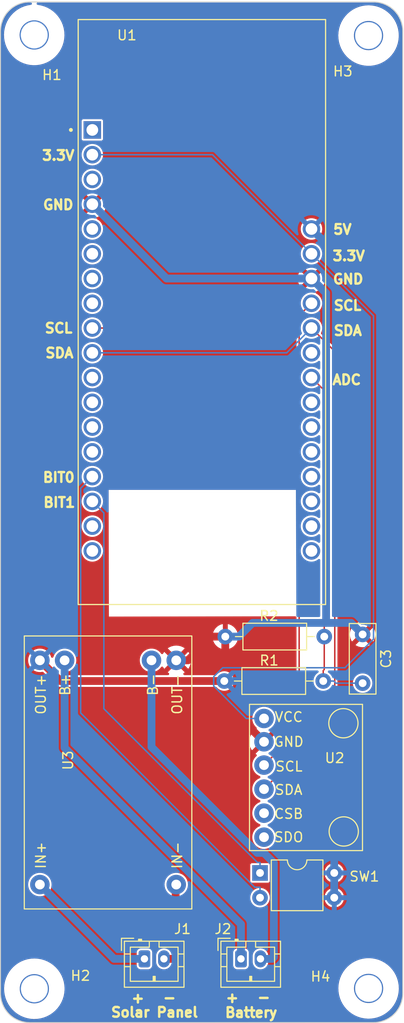
<source format=kicad_pcb>
(kicad_pcb (version 20211014) (generator pcbnew)
  (layers (0 "F.Cu" signal) (31 "B.Cu" signal) (34 "B.Paste" user) (35 "F.Paste" user) (36 "B.SilkS" user "B.Silkscreen") (37 "F.SilkS" user "F.Silkscreen") (38 "B.Mask" user) (39 "F.Mask" user) (44 "Edge.Cuts" user))
  (net 0 "")
  (net 1 "+5V")
  (net 2 "GND")
  (net 7 "Net-(J1-Pad1)")
  (net 12 "Bit0")
  (net 13 "Bit1")
  (net 19 "ADC")
  (net 21 "Net-(J1-Pad2)")
  (net 22 "Net-(J2-Pad1)")
  (net 23 "Net-(J2-Pad2)")
  (net 24 "SCL")
  (net 25 "SDA")
  (net 27 "+3.3V")
  (footprint "project_footprints:NPTH_3mm_ID" (layer "F.Cu") (at 81.7998 64.2037)
    (fp_text reference "H1" (at 1.814988 4.110059) (layer "F.SilkS"))
    (fp_text value "3mm_Mounting_Hole" hide)
    (pad "" np_thru_hole circle locked (at 0 0) (size 3 3) (drill 2.75) (layers *.Cu *.Mask) (clearance 1.6))
  )
  (footprint "project_footprints:NPTH_3mm_ID" (layer "F.Cu") (at 116.1243 64.268)
    (fp_text reference "H3" (at -2.639487 3.673669) (layer "F.SilkS"))
    (fp_text value "3mm_Mounting_Hole" hide)
    (pad "" np_thru_hole circle locked (at 0 0) (size 3 3) (drill 2.75) (layers *.Cu *.Mask) (clearance 1.6))
  )
  (footprint "project_footprints:NPTH_3mm_ID" (layer "F.Cu") (at 81.8122 162.0374)
    (fp_text reference "H2" (at 4.733434 -1.332425) (layer "F.SilkS"))
    (fp_text value "3mm_Mounting_Hole" hide)
    (pad "" np_thru_hole circle locked (at 0 0) (size 3 3) (drill 2.75) (layers *.Cu *.Mask) (clearance 1.6))
  )
  (footprint "project_footprints:NPTH_3mm_ID" (layer "F.Cu") (at 116.1294 162.0028)
    (fp_text reference "H4" (at -4.93875 -1.214706) (layer "F.SilkS"))
    (fp_text value "3mm_Mounting_Hole" hide)
    (pad "" np_thru_hole circle locked (at 0 0) (size 3 3) (drill 2.75) (layers *.Cu *.Mask) (clearance 1.6))
  )
  (footprint "Resistor_THT:R_Axial_DIN0207_L6.3mm_D2.5mm_P10.16mm_Horizontal" (layer "F.Cu") (at 111.5778 125.9155 180)
    (fp_text reference "R2" (at 5.678029 2.12626) (layer "F.SilkS"))
    (fp_text value "220k")
    (fp_line (start 1.04 0) (end 1.81 0) (layer "F.SilkS") (width 0.12))
    (fp_line (start 9.12 0) (end 8.35 0) (layer "F.SilkS") (width 0.12))
    (fp_line (start 8.35 -1.37) (end 1.81 -1.37) (layer "F.SilkS") (width 0.12))
    (fp_line (start 1.81 1.37) (end 8.35 1.37) (layer "F.SilkS") (width 0.12))
    (fp_line (start 1.81 -1.37) (end 1.81 1.37) (layer "F.SilkS") (width 0.12))
    (fp_line (start 8.35 1.37) (end 8.35 -1.37) (layer "F.SilkS") (width 0.12))
    (pad "1" thru_hole circle (at 0 0 180) (size 1.6 1.6) (drill 0.8) (layers *.Cu *.Mask) (net 19 "ADC"))
    (pad "2" thru_hole oval (at 10.16 0 180) (size 1.6 1.6) (drill 0.8) (layers *.Cu *.Mask) (net 2 "GND"))
  )
  (footprint "Capacitor_THT:C_Disc_D7.0mm_W2.5mm_P5.00mm" (layer "F.Cu") (at 115.5168 125.6939 -90)
    (fp_text reference "C3" (at 2.5 -2.407634 90) (layer "F.SilkS"))
    (fp_text value "100nF")
    (fp_line (start -1.12 -1.37) (end 6.12 -1.37) (layer "F.SilkS") (width 0.12))
    (fp_line (start -1.12 1.37) (end 6.12 1.37) (layer "F.SilkS") (width 0.12))
    (fp_line (start -1.12 -1.37) (end -1.12 1.37) (layer "F.SilkS") (width 0.12))
    (fp_line (start 6.12 -1.37) (end 6.12 1.37) (layer "F.SilkS") (width 0.12))
    (pad "1" thru_hole circle (at 0 0 270) (size 1.6 1.6) (drill 0.8) (layers *.Cu *.Mask) (net 2 "GND"))
    (pad "2" thru_hole circle (at 5 0 270) (size 1.6 1.6) (drill 0.8) (layers *.Cu *.Mask) (net 19 "ADC"))
  )
  (footprint "BME280:BME280-Module" (layer "F.Cu") (at 103.9031 147.866)
    (fp_text reference "U2" (at 8.737841 -9.490817 unlocked) (layer "F.SilkS"))
    (fp_text value "BME280")
    (fp_text user "SCL" (at 4.055442 -8.623706 unlocked) (layer "F.SilkS"))
    (fp_text user "SDA" (at 4.020757 -6.23048 unlocked) (layer "F.SilkS"))
    (fp_text user "VCC" (at 4.028793 -13.7 unlocked) (layer "F.SilkS"))
    (fp_text user "GND" (at 4.028793 -11.16 unlocked) (layer "F.SilkS"))
    (fp_text user "CSB" (at 4.020757 -3.767885 unlocked) (layer "F.SilkS"))
    (fp_text user "SDO" (at 4.020757 -1.374659 unlocked) (layer "F.SilkS"))
    (fp_line (start 0 -15) (end 0 0) (layer "F.SilkS") (width 0.12))
    (fp_line (start 0 0) (end 11.6 0) (layer "F.SilkS") (width 0.12))
    (fp_line (start 11.6 -15) (end 11.6 0) (layer "F.SilkS") (width 0.12))
    (fp_line (start 0 -15) (end 11.6 -15) (layer "F.SilkS") (width 0.12))
    (fp_circle (center 9.674321 -1.964294) (end 11.174321 -1.964294) (layer "F.SilkS") (width 0.12) (fill none))
    (fp_circle (center 9.639636 -13.063314) (end 11.139636 -13.063314) (layer "F.SilkS") (width 0.12) (fill none))
    (pad "1" thru_hole circle (at 1.488793 -13.548896) (size 2 2) (drill 1) (layers *.Cu *.Mask) (net 27 "+3.3V"))
    (pad "2" thru_hole circle (at 1.488793 -11.16) (size 2 2) (drill 1) (layers *.Cu *.Mask) (net 2 "GND"))
    (pad "3" thru_hole circle (at 1.488793 -8.769864) (size 2 2) (drill 1) (layers *.Cu *.Mask) (net 24 "SCL"))
    (pad "4" thru_hole circle (at 1.488793 -6.304796) (size 2 2) (drill 1) (layers *.Cu *.Mask) (net 25 "SDA"))
    (pad "5" thru_hole circle (at 1.488793 -3.839728) (size 2 2) (drill 1) (layers *.Cu *.Mask))
    (pad "6" thru_hole circle (at 1.488793 -1.374659) (size 2 2) (drill 1) (layers *.Cu *.Mask))
  )
  (footprint "Connector_JST:JST_PH_B2B-PH-K_1x02_P2.00mm_Vertical" (layer "F.Cu") (at 93.1169 158.9705)
    (fp_text reference "J1" (at 3.904564 -3.058569) (layer "F.SilkS"))
    (fp_text value "Solar Panel")
    (fp_line (start 1 2.3) (end 1 1.8) (layer "F.SilkS") (width 0.12))
    (fp_line (start -0.3 -2.01) (end -0.6 -2.01) (layer "F.SilkS") (width 0.12))
    (fp_line (start -0.6 -2.01) (end -0.6 -1.81) (layer "F.SilkS") (width 0.12))
    (fp_line (start 3.45 -1.2) (end 1.5 -1.2) (layer "F.SilkS") (width 0.12))
    (fp_line (start 0.9 1.8) (end 1.1 1.8) (layer "F.SilkS") (width 0.12))
    (fp_line (start -1.45 2.3) (end 3.45 2.3) (layer "F.SilkS") (width 0.12))
    (fp_line (start 4.06 -1.81) (end -2.06 -1.81) (layer "F.SilkS") (width 0.12))
    (fp_line (start 4.06 0.8) (end 3.45 0.8) (layer "F.SilkS") (width 0.12))
    (fp_line (start 0.9 2.3) (end 0.9 1.8) (layer "F.SilkS") (width 0.12))
    (fp_line (start 0.5 -1.81) (end 0.5 -1.2) (layer "F.SilkS") (width 0.12))
    (fp_line (start -2.36 -2.11) (end -2.36 -0.86) (layer "F.SilkS") (width 0.12))
    (fp_line (start -0.3 -1.81) (end -0.3 -2.01) (layer "F.SilkS") (width 0.12))
    (fp_line (start -2.06 0.8) (end -1.45 0.8) (layer "F.SilkS") (width 0.12))
    (fp_line (start -2.06 -1.81) (end -2.06 2.91) (layer "F.SilkS") (width 0.12))
    (fp_line (start 4.06 -0.5) (end 3.45 -0.5) (layer "F.SilkS") (width 0.12))
    (fp_line (start -0.3 -1.91) (end -0.6 -1.91) (layer "F.SilkS") (width 0.12))
    (fp_line (start -2.06 2.91) (end 4.06 2.91) (layer "F.SilkS") (width 0.12))
    (fp_line (start -1.45 -1.2) (end -1.45 2.3) (layer "F.SilkS") (width 0.12))
    (fp_line (start 1.1 1.8) (end 1.1 2.3) (layer "F.SilkS") (width 0.12))
    (fp_line (start -2.06 -0.5) (end -1.45 -0.5) (layer "F.SilkS") (width 0.12))
    (fp_line (start -1.11 -2.11) (end -2.36 -2.11) (layer "F.SilkS") (width 0.12))
    (fp_line (start 1.5 -1.2) (end 1.5 -1.81) (layer "F.SilkS") (width 0.12))
    (fp_line (start 4.06 2.91) (end 4.06 -1.81) (layer "F.SilkS") (width 0.12))
    (fp_line (start 0.5 -1.2) (end -1.45 -1.2) (layer "F.SilkS") (width 0.12))
    (fp_line (start 3.45 2.3) (end 3.45 -1.2) (layer "F.SilkS") (width 0.12))
    (pad "1" thru_hole roundrect (at 0 0) (size 1.2 1.75) (drill 0.75) (layers *.Cu *.Mask) (roundrect_rratio 0.208333) (net 7 "Net-(J1-Pad1)"))
    (pad "2" thru_hole oval (at 2 0) (size 1.2 1.75) (drill 0.75) (layers *.Cu *.Mask) (net 21 "Net-(J1-Pad2)"))
  )
  (footprint "TP4056:TP4056-Module" (layer "F.Cu") (at 97.9808 153.8507 90)
    (fp_text reference "U3" (at 15.24 -12.7 90 unlocked) (layer "F.SilkS"))
    (fp_text value "TP4056")
    (fp_text user "IN-" (at 5.5 -1.5 90 unlocked) (layer "F.SilkS"))
    (fp_text user "IN+" (at 5.5 -15.5 90 unlocked) (layer "F.SilkS"))
    (fp_text user "B-" (at 23 -4 90 unlocked) (layer "F.SilkS"))
    (fp_text user "OUT-" (at 22 -1.5 90 unlocked) (layer "F.SilkS"))
    (fp_text user "B+" (at 23 -13 90 unlocked) (layer "F.SilkS"))
    (fp_text user "OUT+" (at 22 -15.5 90 unlocked) (layer "F.SilkS"))
    (fp_line (start 0 -17.2) (end 28 -17.2) (layer "F.SilkS") (width 0.12))
    (fp_line (start 0 -17.2) (end 0 0) (layer "F.SilkS") (width 0.12))
    (fp_line (start 0 0) (end 28 0) (layer "F.SilkS") (width 0.12))
    (fp_line (start 28 -17.2) (end 28 0) (layer "F.SilkS") (width 0.12))
    (pad "1" thru_hole circle (at 2.5 -15.6 90) (size 2 2) (drill 1) (layers *.Cu *.Mask) (net 7 "Net-(J1-Pad1)"))
    (pad "2" thru_hole circle (at 2.5 -1.6 90) (size 2 2) (drill 1) (layers *.Cu *.Mask) (net 21 "Net-(J1-Pad2)"))
    (pad "3" thru_hole circle (at 25.5 -15.6 90) (size 2 2) (drill 1) (layers *.Cu *.Mask) (net 1 "+5V"))
    (pad "4" thru_hole circle (at 25.5 -1.6 90) (size 2 2) (drill 1) (layers *.Cu *.Mask) (net 2 "GND"))
    (pad "5" thru_hole circle (at 25.5 -13.06 90) (size 2 2) (drill 1) (layers *.Cu *.Mask) (net 22 "Net-(J2-Pad1)"))
    (pad "6" thru_hole circle (at 25.5 -4.14 90) (size 2 2) (drill 1) (layers *.Cu *.Mask) (net 23 "Net-(J2-Pad2)"))
  )
  (footprint "Resistor_THT:R_Axial_DIN0207_L6.3mm_D2.5mm_P10.16mm_Horizontal" (layer "F.Cu") (at 101.3126 130.4733)
    (fp_text reference "R1" (at 4.605642 -2.103236) (layer "F.SilkS"))
    (fp_text value "220k")
    (fp_line (start 1.81 -1.37) (end 1.81 1.37) (layer "F.SilkS") (width 0.12))
    (fp_line (start 8.35 -1.37) (end 1.81 -1.37) (layer "F.SilkS") (width 0.12))
    (fp_line (start 9.12 0) (end 8.35 0) (layer "F.SilkS") (width 0.12))
    (fp_line (start 8.35 1.37) (end 8.35 -1.37) (layer "F.SilkS") (width 0.12))
    (fp_line (start 1.04 0) (end 1.81 0) (layer "F.SilkS") (width 0.12))
    (fp_line (start 1.81 1.37) (end 8.35 1.37) (layer "F.SilkS") (width 0.12))
    (pad "1" thru_hole circle (at 0 0) (size 1.6 1.6) (drill 0.8) (layers *.Cu *.Mask) (net 1 "+5V"))
    (pad "2" thru_hole oval (at 10.16 0) (size 1.6 1.6) (drill 0.8) (layers *.Cu *.Mask) (net 19 "ADC"))
  )
  (footprint "Connector_JST:JST_PH_B2B-PH-K_1x02_P2.00mm_Vertical" (layer "F.Cu") (at 103.0274 158.9705)
    (fp_text reference "J2" (at -1.849946 -3.058569) (layer "F.SilkS"))
    (fp_text value "Battery")
    (fp_line (start -2.06 0.8) (end -1.45 0.8) (layer "F.SilkS") (width 0.12))
    (fp_line (start -2.06 -0.5) (end -1.45 -0.5) (layer "F.SilkS") (width 0.12))
    (fp_line (start 3.45 -1.2) (end 1.5 -1.2) (layer "F.SilkS") (width 0.12))
    (fp_line (start 0.5 -1.2) (end -1.45 -1.2) (layer "F.SilkS") (width 0.12))
    (fp_line (start 4.06 -1.81) (end -2.06 -1.81) (layer "F.SilkS") (width 0.12))
    (fp_line (start -1.11 -2.11) (end -2.36 -2.11) (layer "F.SilkS") (width 0.12))
    (fp_line (start 1 2.3) (end 1 1.8) (layer "F.SilkS") (width 0.12))
    (fp_line (start -0.3 -2.01) (end -0.6 -2.01) (layer "F.SilkS") (width 0.12))
    (fp_line (start -1.45 -1.2) (end -1.45 2.3) (layer "F.SilkS") (width 0.12))
    (fp_line (start 1.1 1.8) (end 1.1 2.3) (layer "F.SilkS") (width 0.12))
    (fp_line (start 3.45 2.3) (end 3.45 -1.2) (layer "F.SilkS") (width 0.12))
    (fp_line (start 0.5 -1.81) (end 0.5 -1.2) (layer "F.SilkS") (width 0.12))
    (fp_line (start -2.06 2.91) (end 4.06 2.91) (layer "F.SilkS") (width 0.12))
    (fp_line (start 4.06 -0.5) (end 3.45 -0.5) (layer "F.SilkS") (width 0.12))
    (fp_line (start -2.06 -1.81) (end -2.06 2.91) (layer "F.SilkS") (width 0.12))
    (fp_line (start -2.36 -2.11) (end -2.36 -0.86) (layer "F.SilkS") (width 0.12))
    (fp_line (start 0.9 1.8) (end 1.1 1.8) (layer "F.SilkS") (width 0.12))
    (fp_line (start 1.5 -1.2) (end 1.5 -1.81) (layer "F.SilkS") (width 0.12))
    (fp_line (start 4.06 0.8) (end 3.45 0.8) (layer "F.SilkS") (width 0.12))
    (fp_line (start -0.6 -2.01) (end -0.6 -1.81) (layer "F.SilkS") (width 0.12))
    (fp_line (start -0.3 -1.91) (end -0.6 -1.91) (layer "F.SilkS") (width 0.12))
    (fp_line (start 4.06 2.91) (end 4.06 -1.81) (layer "F.SilkS") (width 0.12))
    (fp_line (start -1.45 2.3) (end 3.45 2.3) (layer "F.SilkS") (width 0.12))
    (fp_line (start -0.3 -1.81) (end -0.3 -2.01) (layer "F.SilkS") (width 0.12))
    (fp_line (start 0.9 2.3) (end 0.9 1.8) (layer "F.SilkS") (width 0.12))
    (pad "1" thru_hole roundrect (at 0 0) (size 1.2 1.75) (drill 0.75) (layers *.Cu *.Mask) (roundrect_rratio 0.208333) (net 22 "Net-(J2-Pad1)"))
    (pad "2" thru_hole oval (at 2 0) (size 1.2 1.75) (drill 0.75) (layers *.Cu *.Mask) (net 23 "Net-(J2-Pad2)"))
  )
  (footprint "DFR0654:MODULE_DFR0654" (layer "F.Cu") (at 99.0146 92.6262)
    (fp_text reference "U1" (at -7.703011 -28.385022) (layer "F.SilkS"))
    (fp_text value "DFR0654")
    (fp_line (start 12.7 30) (end -12.7 30) (layer "F.SilkS") (width 0.127))
    (fp_line (start -12.7 -30) (end -12.7 30) (layer "F.SilkS") (width 0.127))
    (fp_line (start 12.7 -30) (end 12.7 30) (layer "F.SilkS") (width 0.127))
    (fp_line (start 12.7 -30) (end -12.7 -30) (layer "F.SilkS") (width 0.127))
    (fp_circle (center -13.45 -18.68) (end -13.35 -18.68) (layer "F.SilkS") (width 0.2) (fill none))
    (pad "1" thru_hole rect (at -11.25 -18.68) (size 1.8 1.8) (drill 1.2) (layers *.Cu *.Mask))
    (pad "2" thru_hole circle (at -11.25 -16.14) (size 1.8 1.8) (drill 1.2) (layers *.Cu *.Mask) (net 27 "+3.3V"))
    (pad "3" thru_hole circle (at -11.25 -13.6) (size 1.8 1.8) (drill 1.2) (layers *.Cu *.Mask))
    (pad "4" thru_hole circle (at -11.25 -11.06) (size 1.8 1.8) (drill 1.2) (layers *.Cu *.Mask) (net 2 "GND"))
    (pad "5" thru_hole circle (at -11.25 -8.52) (size 1.8 1.8) (drill 1.2) (layers *.Cu *.Mask))
    (pad "6" thru_hole circle (at -11.25 -5.98) (size 1.8 1.8) (drill 1.2) (layers *.Cu *.Mask))
    (pad "7" thru_hole circle (at -11.25 -3.44) (size 1.8 1.8) (drill 1.2) (layers *.Cu *.Mask))
    (pad "8" thru_hole circle (at -11.25 -0.9) (size 1.8 1.8) (drill 1.2) (layers *.Cu *.Mask))
    (pad "9" thru_hole circle (at -11.25 1.64) (size 1.8 1.8) (drill 1.2) (layers *.Cu *.Mask) (net 24 "SCL"))
    (pad "10" thru_hole circle (at -11.25 4.18) (size 1.8 1.8) (drill 1.2) (layers *.Cu *.Mask) (net 25 "SDA"))
    (pad "11" thru_hole circle (at -11.25 6.72) (size 1.8 1.8) (drill 1.2) (layers *.Cu *.Mask))
    (pad "12" thru_hole circle (at -11.25 9.26) (size 1.8 1.8) (drill 1.2) (layers *.Cu *.Mask))
    (pad "13" thru_hole circle (at -11.25 11.8) (size 1.8 1.8) (drill 1.2) (layers *.Cu *.Mask))
    (pad "14" thru_hole circle (at -11.25 14.34) (size 1.8 1.8) (drill 1.2) (layers *.Cu *.Mask))
    (pad "15" thru_hole circle (at -11.25 16.88) (size 1.8 1.8) (drill 1.2) (layers *.Cu *.Mask) (net 13 "Bit1"))
    (pad "16" thru_hole circle (at -11.25 19.42) (size 1.8 1.8) (drill 1.2) (layers *.Cu *.Mask) (net 12 "Bit0"))
    (pad "17" thru_hole circle (at -11.25 21.96) (size 1.8 1.8) (drill 1.2) (layers *.Cu *.Mask))
    (pad "18" thru_hole circle (at -11.25 24.5) (size 1.8 1.8) (drill 1.2) (layers *.Cu *.Mask))
    (pad "19" thru_hole circle (at 11.25 24.5) (size 1.8 1.8) (drill 1.2) (layers *.Cu *.Mask))
    (pad "20" thru_hole circle (at 11.25 21.96) (size 1.8 1.8) (drill 1.2) (layers *.Cu *.Mask))
    (pad "21" thru_hole circle (at 11.25 19.42) (size 1.8 1.8) (drill 1.2) (layers *.Cu *.Mask))
    (pad "22" thru_hole circle (at 11.25 16.88) (size 1.8 1.8) (drill 1.2) (layers *.Cu *.Mask))
    (pad "23" thru_hole circle (at 11.25 14.34) (size 1.8 1.8) (drill 1.2) (layers *.Cu *.Mask))
    (pad "24" thru_hole circle (at 11.25 11.8) (size 1.8 1.8) (drill 1.2) (layers *.Cu *.Mask))
    (pad "25" thru_hole circle (at 11.25 9.26) (size 1.8 1.8) (drill 1.2) (layers *.Cu *.Mask))
    (pad "26" thru_hole circle (at 11.25 6.72) (size 1.8 1.8) (drill 1.2) (layers *.Cu *.Mask) (net 19 "ADC"))
    (pad "27" thru_hole circle (at 11.25 4.18) (size 1.8 1.8) (drill 1.2) (layers *.Cu *.Mask))
    (pad "28" thru_hole circle (at 11.25 1.64) (size 1.8 1.8) (drill 1.2) (layers *.Cu *.Mask) (net 25 "SDA"))
    (pad "29" thru_hole circle (at 11.25 -0.9) (size 1.8 1.8) (drill 1.2) (layers *.Cu *.Mask) (net 24 "SCL"))
    (pad "30" thru_hole circle (at 11.25 -3.44) (size 1.8 1.8) (drill 1.2) (layers *.Cu *.Mask) (net 2 "GND"))
    (pad "31" thru_hole circle (at 11.25 -5.98) (size 1.8 1.8) (drill 1.2) (layers *.Cu *.Mask) (net 27 "+3.3V"))
    (pad "32" thru_hole circle (at 11.25 -8.52) (size 1.8 1.8) (drill 1.2) (layers *.Cu *.Mask) (net 1 "+5V"))
  )
  (footprint "Package_DIP:DIP-4_W7.62mm" (layer "F.Cu") (at 104.9825 150.1582)
    (fp_text reference "SW1" (at 10.713217 0.369421) (layer "F.SilkS"))
    (fp_text value "Sensor Number")
    (fp_line (start 6.46 3.87) (end 6.46 -1.33) (layer "F.SilkS") (width 0.12))
    (fp_line (start 6.46 -1.33) (end 4.81 -1.33) (layer "F.SilkS") (width 0.12))
    (fp_line (start 1.16 3.87) (end 6.46 3.87) (layer "F.SilkS") (width 0.12))
    (fp_line (start 2.81 -1.33) (end 1.16 -1.33) (layer "F.SilkS") (width 0.12))
    (fp_line (start 1.16 -1.33) (end 1.16 3.87) (layer "F.SilkS") (width 0.12))
    (fp_arc (start 4.81 -1.33) (mid 3.81 -0.33) (end 2.81 -1.33) (layer "F.SilkS") (width 0.12))
    (pad "1" thru_hole rect (at 0 0) (size 1.6 1.6) (drill 0.8) (layers *.Cu *.Mask) (net 12 "Bit0"))
    (pad "2" thru_hole oval (at 0 2.54) (size 1.6 1.6) (drill 0.8) (layers *.Cu *.Mask) (net 13 "Bit1"))
    (pad "3" thru_hole oval (at 7.62 2.54) (size 1.6 1.6) (drill 0.8) (layers *.Cu *.Mask) (net 1 "+5V"))
    (pad "4" thru_hole oval (at 7.62 0) (size 1.6 1.6) (drill 0.8) (layers *.Cu *.Mask) (net 1 "+5V"))
  )
  (gr_line (start 78.33668 63.817611) (end 78.33668 162.512248) (layer "Edge.Cuts") (width 0.1))
  (gr_arc (start 119.64304 162.512248) (mid 118.762506 164.63016) (end 116.643045 165.507012) (layer "Edge.Cuts") (width 0.1))
  (gr_arc (start 81.33668 165.512248) (mid 79.215384 164.633553) (end 78.33668 162.512248) (layer "Edge.Cuts") (width 0.1))
  (gr_line (start 81.33668 165.512248) (end 116.643045 165.507012) (layer "Edge.Cuts") (width 0.1))
  (gr_line (start 116.64304 60.817611) (end 81.33668 60.817611) (layer "Edge.Cuts") (width 0.1))
  (gr_arc (start 116.64304 60.817611) (mid 118.76436 61.696276) (end 119.64304 63.817611) (layer "Edge.Cuts") (width 0.1))
  (gr_arc (start 78.33668 63.817611) (mid 79.215353 61.696268) (end 81.33668 60.817611) (layer "Edge.Cuts") (width 0.1))
  (gr_line (start 119.64304 162.512248) (end 119.64304 63.817611) (layer "Edge.Cuts") (width 0.1))
  (gr_text "Solar Panel" (at 94.154515 164.455114) (layer "F.SilkS") (effects (font (size 1 1) (thickness 0.25))))
  (gr_text "GND" (at 114.034479 89.253866) (layer "F.SilkS") (effects (font (size 1 1) (thickness 0.25))))
  (gr_text "GND" (at 84.26682 81.628395) (layer "F.SilkS") (effects (font (size 1 1) (thickness 0.25))))
  (gr_text "BIT1" (at 84.374568 112.157985) (layer "F.SilkS") (effects (font (size 1 1) (thickness 0.25))))
  (gr_text "SDA" (at 113.997537 94.53659) (layer "F.SilkS") (effects (font (size 1 1) (thickness 0.25))))
  (gr_text "3.3V" (at 114.089892 86.871099) (layer "F.SilkS") (effects (font (size 1 1) (thickness 0.25))))
  (gr_text "SCL" (at 84.303762 94.281074) (layer "F.SilkS") (effects (font (size 1 1) (thickness 0.25))))
  (gr_text "-" (at 105.372265 162.907649) (layer "F.SilkS") (effects (font (size 1 1) (thickness 0.25))))
  (gr_text "5V" (at 113.443405 84.155852) (layer "F.SilkS") (effects (font (size 1 1) (thickness 0.25))))
  (gr_text "+" (at 102.130593 162.949209) (layer "F.SilkS") (effects (font (size 1 1) (thickness 0.25))))
  (gr_text "ADC" (at 113.88671 99.579191) (layer "F.SilkS") (effects (font (size 1 1) (thickness 0.25))))
  (gr_text "SCL" (at 113.96983 91.959877) (layer "F.SilkS") (effects (font (size 1 1) (thickness 0.25))))
  (gr_text "BIT0" (at 84.319155 109.590507) (layer "F.SilkS") (effects (font (size 1 1) (thickness 0.25))))
  (gr_text "3.3V\n" (at 84.26682 76.567324) (layer "F.SilkS") (effects (font (size 1 1) (thickness 0.25))))
  (gr_text "-" (at 95.688811 162.949209) (layer "F.SilkS") (effects (font (size 1 1) (thickness 0.25))))
  (gr_text "Battery" (at 104.073476 164.48282) (layer "F.SilkS") (effects (font (size 1 1) (thickness 0.25))))
  (gr_text "+" (at 92.447139 162.990769) (layer "F.SilkS") (effects (font (size 1 1) (thickness 0.25))))
  (gr_text "SDA" (at 84.386882 96.830081) (layer "F.SilkS") (effects (font (size 1 1) (thickness 0.25))))
  (segment (start 101.3126 130.4733) (end 84.5034 130.4733) (width 0.8) (layer "F.Cu") (net 1))
  (segment (start 84.5034 130.4733) (end 82.3808 128.3507) (width 0.8) (layer "F.Cu") (net 1))
  (segment (start 111.5208 138.1262) (end 111.5208 147.6762) (width 0.8) (layer "B.Cu") (net 1))
  (segment (start 112.6025 150.1582) (end 112.6025 152.6982) (width 0.8) (layer "B.Cu") (net 1))
  (segment (start 110.8034 137.4087) (end 117.3091 130.903) (width 0.8) (layer "B.Cu") (net 1))
  (segment (start 117.3091 91.1507) (end 110.2646 84.1062) (width 0.8) (layer "B.Cu") (net 1))
  (segment (start 101.3126 130.4733) (end 103.8679 130.4733) (width 0.8) (layer "B.Cu") (net 1))
  (segment (start 111.5208 147.6762) (end 112.6025 148.7579) (width 0.8) (layer "B.Cu") (net 1))
  (segment (start 103.8679 130.4733) (end 110.8034 137.4087) (width 0.8) (layer "B.Cu") (net 1))
  (segment (start 112.6025 150.1582) (end 112.6025 148.7579) (width 0.8) (layer "B.Cu") (net 1))
  (segment (start 117.3091 130.903) (end 117.3091 91.1507) (width 0.8) (layer "B.Cu") (net 1))
  (segment (start 110.8034 137.4087) (end 111.5208 138.1262) (width 0.8) (layer "B.Cu") (net 1))
  (segment (start 101.4178 125.9155) (end 101.4178 127.3158) (width 0.8) (layer "F.Cu") (net 2))
  (segment (start 105.3919 136.706) (end 103.7711 135.0852) (width 0.8) (layer "F.Cu") (net 2))
  (segment (start 100.0175 125.9155) (end 97.5823 128.3507) (width 0.8) (layer "F.Cu") (net 2))
  (segment (start 103.7711 129.6691) (end 101.4178 127.3158) (width 0.8) (layer "F.Cu") (net 2))
  (segment (start 103.7711 135.0852) (end 103.7711 129.6691) (width 0.8) (layer "F.Cu") (net 2))
  (segment (start 101.4178 125.9155) (end 100.0175 125.9155) (width 0.8) (layer "F.Cu") (net 2))
  (segment (start 97.5823 128.3507) (end 96.3808 128.3507) (width 0.8) (layer "F.Cu") (net 2))
  (segment (start 101.4178 125.9155) (end 102.8181 125.9155) (width 0.8) (layer "B.Cu") (net 2))
  (segment (start 111.7697 124.5114) (end 111.7697 90.6913) (width 0.8) (layer "B.Cu") (net 2))
  (segment (start 110.2646 89.1862) (end 95.3846 89.1862) (width 0.8) (layer "B.Cu") (net 2))
  (segment (start 111.7697 90.6913) (end 110.2646 89.1862) (width 0.8) (layer "B.Cu") (net 2))
  (segment (start 111.7697 124.5114) (end 104.2222 124.5114) (width 0.8) (layer "B.Cu") (net 2))
  (segment (start 104.2222 124.5114) (end 102.8181 125.9155) (width 0.8) (layer "B.Cu") (net 2))
  (segment (start 114.3343 124.5114) (end 111.7697 124.5114) (width 0.8) (layer "B.Cu") (net 2))
  (segment (start 115.5168 125.6939) (end 114.3343 124.5114) (width 0.8) (layer "B.Cu") (net 2))
  (segment (start 95.3846 89.1862) (end 87.7646 81.5662) (width 0.8) (layer "B.Cu") (net 2))
  (segment (start 93.1169 158.9705) (end 90.0006 158.9705) (width 0.8) (layer "B.Cu") (net 7))
  (segment (start 90.0006 158.9705) (end 82.3808 151.3507) (width 0.8) (layer "B.Cu") (net 7))
  (segment (start 88.9494 133.3186) (end 104.7137 149.0829) (width 0.15) (layer "B.Cu") (net 12))
  (segment (start 104.7137 149.0829) (end 104.9825 149.0829) (width 0.15) (layer "B.Cu") (net 12))
  (segment (start 104.9825 150.1582) (end 104.9825 149.0829) (width 0.15) (layer "B.Cu") (net 12))
  (segment (start 87.7646 112.0462) (end 88.9494 113.231) (width 0.15) (layer "B.Cu") (net 12))
  (segment (start 88.9494 113.231) (end 88.9494 133.3186) (width 0.15) (layer "B.Cu") (net 12))
  (segment (start 104.9825 152.6982) (end 104.9825 151.6229) (width 0.15) (layer "B.Cu") (net 13))
  (segment (start 86.5706 110.7002) (end 87.7646 109.5062) (width 0.15) (layer "B.Cu") (net 13))
  (segment (start 86.5706 133.7486) (end 86.5706 110.7002) (width 0.15) (layer "B.Cu") (net 13))
  (segment (start 104.9825 151.6229) (end 104.4449 151.6229) (width 0.15) (layer "B.Cu") (net 13))
  (segment (start 104.4449 151.6229) (end 86.5706 133.7486) (width 0.15) (layer "B.Cu") (net 13))
  (segment (start 111.4726 129.398) (end 111.5778 129.2928) (width 0.15) (layer "F.Cu") (net 19))
  (segment (start 111.5778 129.2928) (end 111.5778 125.9155) (width 0.15) (layer "F.Cu") (net 19))
  (segment (start 111.5778 100.6594) (end 110.2646 99.3462) (width 0.15) (layer "F.Cu") (net 19))
  (segment (start 111.4726 130.4733) (end 111.4726 129.398) (width 0.15) (layer "F.Cu") (net 19))
  (segment (start 111.5778 125.9155) (end 111.5778 100.6594) (width 0.15) (layer "F.Cu") (net 19))
  (segment (start 112.7685 130.6939) (end 115.5168 130.6939) (width 0.15) (layer "B.Cu") (net 19))
  (segment (start 112.5479 130.4733) (end 112.7685 130.6939) (width 0.15) (layer "B.Cu") (net 19))
  (segment (start 111.4726 130.4733) (end 112.5479 130.4733) (width 0.15) (layer "B.Cu") (net 19))
  (segment (start 96.3172 151.4143) (end 96.3808 151.3507) (width 0.8) (layer "F.Cu") (net 21))
  (segment (start 95.1169 158.9705) (end 96.3172 158.9705) (width 0.8) (layer "F.Cu") (net 21))
  (segment (start 96.3172 158.9705) (end 96.3172 151.4143) (width 0.8) (layer "F.Cu") (net 21))
  (segment (start 103.0274 155.4209) (end 84.9208 137.3143) (width 0.8) (layer "B.Cu") (net 22))
  (segment (start 84.9208 137.3143) (end 84.9208 128.3507) (width 0.8) (layer "B.Cu") (net 22))
  (segment (start 103.0274 158.9705) (end 103.0274 155.4209) (width 0.8) (layer "B.Cu") (net 22))
  (segment (start 93.8408 137.2402) (end 93.8408 128.3507) (width 0.8) (layer "B.Cu") (net 23))
  (segment (start 106.2277 158.9705) (end 106.4017 158.7965) (width 0.8) (layer "B.Cu") (net 23))
  (segment (start 104.7031 148.1025) (end 93.8408 137.2402) (width 0.8) (layer "B.Cu") (net 23))
  (segment (start 106.4017 149.1284) (end 105.3758 148.1025) (width 0.8) (layer "B.Cu") (net 23))
  (segment (start 105.0274 158.9705) (end 106.2277 158.9705) (width 0.8) (layer "B.Cu") (net 23))
  (segment (start 105.3758 148.1025) (end 104.7031 148.1025) (width 0.8) (layer "B.Cu") (net 23))
  (segment (start 106.4017 158.7965) (end 106.4017 149.1284) (width 0.8) (layer "B.Cu") (net 23))
  (segment (start 105.3919 139.0961) (end 109.0015 135.4865) (width 0.15) (layer "F.Cu") (net 24))
  (segment (start 109.0015 135.4865) (end 109.0015 94.2662) (width 0.15) (layer "F.Cu") (net 24))
  (segment (start 109.0015 94.2662) (end 87.7646 94.2662) (width 0.15) (layer "F.Cu") (net 24))
  (segment (start 109.0015 92.9893) (end 110.2646 91.7262) (width 0.15) (layer "F.Cu") (net 24))
  (segment (start 109.0015 94.2662) (end 109.0015 92.9893) (width 0.15) (layer "F.Cu") (net 24))
  (segment (start 112.6584 96.66) (end 110.2646 94.2662) (width 0.15) (layer "F.Cu") (net 25))
  (segment (start 105.3919 141.5612) (end 112.6584 134.2947) (width 0.15) (layer "F.Cu") (net 25))
  (segment (start 112.6584 134.2947) (end 112.6584 96.66) (width 0.15) (layer "F.Cu") (net 25))
  (segment (start 110.2646 94.2662) (end 107.7246 96.8062) (width 0.15) (layer "B.Cu") (net 25))
  (segment (start 107.7246 96.8062) (end 87.7646 96.8062) (width 0.15) (layer "B.Cu") (net 25))
  (segment (start 101.1453 129.112) (end 113.6945 129.112) (width 0.15) (layer "B.Cu") (net 27))
  (segment (start 105.3919 134.3171) (end 103.559 134.3171) (width 0.15) (layer "B.Cu") (net 27))
  (segment (start 103.559 134.3171) (end 100.2268 130.9849) (width 0.15) (layer "B.Cu") (net 27))
  (segment (start 116.6337 93.0153) (end 110.2646 86.6462) (width 0.15) (layer "B.Cu") (net 27))
  (segment (start 113.6945 129.112) (end 116.6337 126.1728) (width 0.15) (layer "B.Cu") (net 27))
  (segment (start 100.2268 130.0305) (end 101.1453 129.112) (width 0.15) (layer "B.Cu") (net 27))
  (segment (start 100.2268 130.9849) (end 100.2268 130.0305) (width 0.15) (layer "B.Cu") (net 27))
  (segment (start 116.6337 126.1728) (end 116.6337 93.0153) (width 0.15) (layer "B.Cu") (net 27))
  (segment (start 110.2646 86.6462) (end 100.1046 76.4862) (width 0.15) (layer "B.Cu") (net 27))
  (segment (start 100.1046 76.4862) (end 87.7646 76.4862) (width 0.15) (layer "B.Cu") (net 27))
  (zone (net 2) (net_name "GND") (layer "F.Cu") (connect_pads (clearance 0)) (min_thickness 0.254) (fill yes (thermal_gap 0.508) (thermal_bridge_width 0.508))
    (polygon (pts (xy 119.639144 60.77738) (xy 119.66425 165.49258) (xy 78.344479 165.51105) (xy 78.327345 60.715711) (xy 78.567579 60.710262)))
  )
  (zone (net 0) (net_name "") (layers F&B.Cu) (connect_pads (clearance 0)) (min_thickness 0.254)
    (keepout (tracks not_allowed) (vias not_allowed) (pads not_allowed) (copperpour not_allowed) (footprints allowed))
    (fill (thermal_gap 0.508) (thermal_bridge_width 0.508))
    (polygon (pts (xy 108.714114 123.774885) (xy 108.693253 123.835004) (xy 89.464875 123.862711) (xy 89.437169 110.868317) (xy 99.051357 110.868317) (xy 108.665546 110.868317)))
  )
  (zone (net 1) (net_name "+5V") (layer "B.Cu") (connect_pads (clearance 0)) (min_thickness 0.254) (fill yes (thermal_gap 0.508) (thermal_bridge_width 0.508))
    (polygon (pts (xy 78.91534 60.635349) (xy 119.598239 60.768877) (xy 119.767505 165.495764) (xy 78.344085 165.532957) (xy 78.336064 60.631451) (xy 78.693171 60.619137)))
  )
)
</source>
